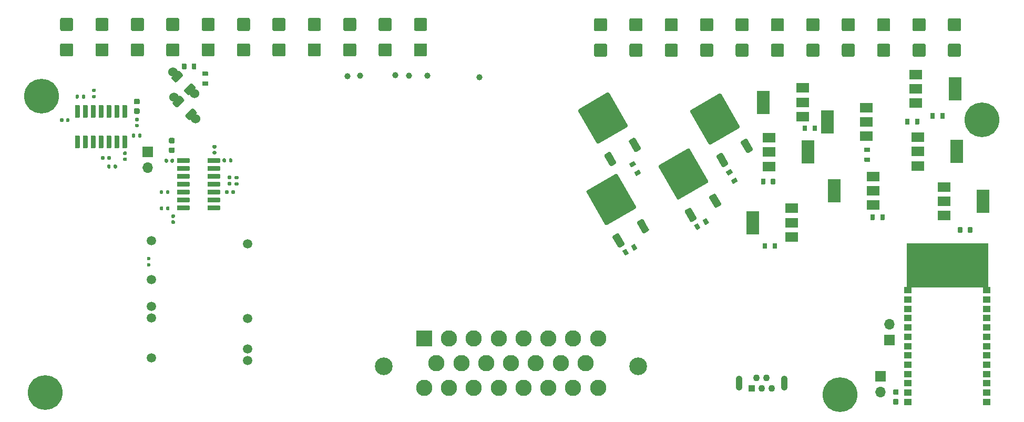
<source format=gts>
G04 #@! TF.GenerationSoftware,KiCad,Pcbnew,8.0.7-8.0.7-0~ubuntu24.04.1*
G04 #@! TF.CreationDate,2025-01-06T01:57:41+00:00*
G04 #@! TF.ProjectId,VFRECU-VR,56465245-4355-42d5-9652-2e6b69636164,rev?*
G04 #@! TF.SameCoordinates,Original*
G04 #@! TF.FileFunction,Soldermask,Top*
G04 #@! TF.FilePolarity,Negative*
%FSLAX46Y46*%
G04 Gerber Fmt 4.6, Leading zero omitted, Abs format (unit mm)*
G04 Created by KiCad (PCBNEW 8.0.7-8.0.7-0~ubuntu24.04.1) date 2025-01-06 01:57:41*
%MOMM*%
%LPD*%
G01*
G04 APERTURE LIST*
%ADD10C,0.120000*%
%ADD11R,2.000000X1.500000*%
%ADD12R,2.000000X3.800000*%
%ADD13C,1.000000*%
%ADD14C,5.600000*%
%ADD15R,1.700000X1.700000*%
%ADD16O,1.700000X1.700000*%
%ADD17C,1.500000*%
%ADD18C,0.600000*%
%ADD19C,2.850000*%
%ADD20R,2.625000X2.625000*%
%ADD21C,2.625000*%
%ADD22R,1.100000X1.100000*%
%ADD23C,1.100000*%
%ADD24O,1.100000X2.400000*%
%ADD25C,1.524000*%
%ADD26R,1.300000X1.000000*%
G04 APERTURE END LIST*
D10*
G04 #@! TO.C,U2*
X156759000Y22030000D02*
X143759000Y22030000D01*
X143759000Y29030000D01*
X156759000Y29030000D01*
X156759000Y22030000D01*
G36*
X156759000Y22030000D02*
G01*
X143759000Y22030000D01*
X143759000Y29030000D01*
X156759000Y29030000D01*
X156759000Y22030000D01*
G37*
G04 #@! TD*
D11*
G04 #@! TO.C,Q7*
X126954000Y49442000D03*
X126954000Y51742000D03*
X126954000Y54042000D03*
D12*
X120654000Y51742000D03*
G04 #@! TD*
G04 #@! TO.C,R32*
G36*
G01*
X149860000Y49943000D02*
X149860000Y49163000D01*
G75*
G02*
X149790000Y49093000I-70000J0D01*
G01*
X149230000Y49093000D01*
G75*
G02*
X149160000Y49163000I0J70000D01*
G01*
X149160000Y49943000D01*
G75*
G02*
X149230000Y50013000I70000J0D01*
G01*
X149790000Y50013000D01*
G75*
G02*
X149860000Y49943000I0J-70000D01*
G01*
G37*
G36*
G01*
X148260000Y49943000D02*
X148260000Y49163000D01*
G75*
G02*
X148190000Y49093000I-70000J0D01*
G01*
X147630000Y49093000D01*
G75*
G02*
X147560000Y49163000I0J70000D01*
G01*
X147560000Y49943000D01*
G75*
G02*
X147630000Y50013000I70000J0D01*
G01*
X148190000Y50013000D01*
G75*
G02*
X148260000Y49943000I0J-70000D01*
G01*
G37*
G04 #@! TD*
G04 #@! TO.C,R31*
G36*
G01*
X143477000Y48236928D02*
X143477000Y49016928D01*
G75*
G02*
X143547000Y49086928I70000J0D01*
G01*
X144107000Y49086928D01*
G75*
G02*
X144177000Y49016928I0J-70000D01*
G01*
X144177000Y48236928D01*
G75*
G02*
X144107000Y48166928I-70000J0D01*
G01*
X143547000Y48166928D01*
G75*
G02*
X143477000Y48236928I0J70000D01*
G01*
G37*
G36*
G01*
X145077000Y48236928D02*
X145077000Y49016928D01*
G75*
G02*
X145147000Y49086928I70000J0D01*
G01*
X145707000Y49086928D01*
G75*
G02*
X145777000Y49016928I0J-70000D01*
G01*
X145777000Y48236928D01*
G75*
G02*
X145707000Y48166928I-70000J0D01*
G01*
X145147000Y48166928D01*
G75*
G02*
X145077000Y48236928I0J70000D01*
G01*
G37*
G04 #@! TD*
G04 #@! TO.C,R29*
G36*
G01*
X137754928Y42142000D02*
X136974928Y42142000D01*
G75*
G02*
X136904928Y42212000I0J70000D01*
G01*
X136904928Y42772000D01*
G75*
G02*
X136974928Y42842000I70000J0D01*
G01*
X137754928Y42842000D01*
G75*
G02*
X137824928Y42772000I0J-70000D01*
G01*
X137824928Y42212000D01*
G75*
G02*
X137754928Y42142000I-70000J0D01*
G01*
G37*
G36*
G01*
X137754928Y43742000D02*
X136974928Y43742000D01*
G75*
G02*
X136904928Y43812000I0J70000D01*
G01*
X136904928Y44372000D01*
G75*
G02*
X136974928Y44442000I70000J0D01*
G01*
X137754928Y44442000D01*
G75*
G02*
X137824928Y44372000I0J-70000D01*
G01*
X137824928Y43812000D01*
G75*
G02*
X137754928Y43742000I-70000J0D01*
G01*
G37*
G04 #@! TD*
D11*
G04 #@! TO.C,Q9*
X125229000Y30059000D03*
X125229000Y32359000D03*
X125229000Y34659000D03*
D12*
X118929000Y32359000D03*
G04 #@! TD*
G04 #@! TO.C,R34*
G36*
G01*
X33551700Y42189500D02*
X33551700Y42559500D01*
G75*
G02*
X33686700Y42694500I135000J0D01*
G01*
X33956700Y42694500D01*
G75*
G02*
X34091700Y42559500I0J-135000D01*
G01*
X34091700Y42189500D01*
G75*
G02*
X33956700Y42054500I-135000J0D01*
G01*
X33686700Y42054500D01*
G75*
G02*
X33551700Y42189500I0J135000D01*
G01*
G37*
G36*
G01*
X34571700Y42189500D02*
X34571700Y42559500D01*
G75*
G02*
X34706700Y42694500I135000J0D01*
G01*
X34976700Y42694500D01*
G75*
G02*
X35111700Y42559500I0J-135000D01*
G01*
X35111700Y42189500D01*
G75*
G02*
X34976700Y42054500I-135000J0D01*
G01*
X34706700Y42054500D01*
G75*
G02*
X34571700Y42189500I0J135000D01*
G01*
G37*
G04 #@! TD*
G04 #@! TO.C,C4*
G36*
G01*
X25403780Y33675540D02*
X25743780Y33675540D01*
G75*
G02*
X25883780Y33535540I0J-140000D01*
G01*
X25883780Y33255540D01*
G75*
G02*
X25743780Y33115540I-140000J0D01*
G01*
X25403780Y33115540D01*
G75*
G02*
X25263780Y33255540I0J140000D01*
G01*
X25263780Y33535540D01*
G75*
G02*
X25403780Y33675540I140000J0D01*
G01*
G37*
G36*
G01*
X25403780Y32715540D02*
X25743780Y32715540D01*
G75*
G02*
X25883780Y32575540I0J-140000D01*
G01*
X25883780Y32295540D01*
G75*
G02*
X25743780Y32155540I-140000J0D01*
G01*
X25403780Y32155540D01*
G75*
G02*
X25263780Y32295540I0J140000D01*
G01*
X25263780Y32575540D01*
G75*
G02*
X25403780Y32715540I140000J0D01*
G01*
G37*
G04 #@! TD*
D13*
G04 #@! TO.C,HALL3*
X53678000Y55982000D03*
G04 #@! TD*
G04 #@! TO.C,Q1*
G36*
G01*
X114883109Y41670372D02*
X114276891Y41320372D01*
G75*
G02*
X113935385Y41411878I-125000J216506D01*
G01*
X113085385Y42884122D01*
G75*
G02*
X113176891Y43225628I216506J125000D01*
G01*
X113783109Y43575628D01*
G75*
G02*
X114124615Y43484122I125000J-216506D01*
G01*
X114974615Y42011878D01*
G75*
G02*
X114883109Y41670372I-216506J-125000D01*
G01*
G37*
G36*
G01*
X116749508Y47597680D02*
X112159569Y44947677D01*
G75*
G02*
X111818066Y45039182I-124999J216504D01*
G01*
X108868063Y50148737D01*
G75*
G02*
X108959569Y50490240I216504J124999D01*
G01*
X113549508Y53140243D01*
G75*
G02*
X113891010Y53048737I124998J-216504D01*
G01*
X116841013Y47939182D01*
G75*
G02*
X116749508Y47597680I-216504J-124998D01*
G01*
G37*
G36*
G01*
X118832185Y43950372D02*
X118225967Y43600372D01*
G75*
G02*
X117884461Y43691878I-125000J216506D01*
G01*
X117034461Y45164122D01*
G75*
G02*
X117125967Y45505628I216506J125000D01*
G01*
X117732185Y45855628D01*
G75*
G02*
X118073691Y45764122I125000J-216506D01*
G01*
X118923691Y44291878D01*
G75*
G02*
X118832185Y43950372I-216506J-125000D01*
G01*
G37*
G04 #@! TD*
G04 #@! TO.C,R39*
G36*
G01*
X11413500Y52836340D02*
X11413500Y52466340D01*
G75*
G02*
X11278500Y52331340I-135000J0D01*
G01*
X11008500Y52331340D01*
G75*
G02*
X10873500Y52466340I0J135000D01*
G01*
X10873500Y52836340D01*
G75*
G02*
X11008500Y52971340I135000J0D01*
G01*
X11278500Y52971340D01*
G75*
G02*
X11413500Y52836340I0J-135000D01*
G01*
G37*
G36*
G01*
X10393500Y52836340D02*
X10393500Y52466340D01*
G75*
G02*
X10258500Y52331340I-135000J0D01*
G01*
X9988500Y52331340D01*
G75*
G02*
X9853500Y52466340I0J135000D01*
G01*
X9853500Y52836340D01*
G75*
G02*
X9988500Y52971340I135000J0D01*
G01*
X10258500Y52971340D01*
G75*
G02*
X10393500Y52836340I0J-135000D01*
G01*
G37*
G04 #@! TD*
G04 #@! TO.C,R40*
G36*
G01*
X12637980Y53934260D02*
X13007980Y53934260D01*
G75*
G02*
X13142980Y53799260I0J-135000D01*
G01*
X13142980Y53529260D01*
G75*
G02*
X13007980Y53394260I-135000J0D01*
G01*
X12637980Y53394260D01*
G75*
G02*
X12502980Y53529260I0J135000D01*
G01*
X12502980Y53799260D01*
G75*
G02*
X12637980Y53934260I135000J0D01*
G01*
G37*
G36*
G01*
X12637980Y52914260D02*
X13007980Y52914260D01*
G75*
G02*
X13142980Y52779260I0J-135000D01*
G01*
X13142980Y52509260D01*
G75*
G02*
X13007980Y52374260I-135000J0D01*
G01*
X12637980Y52374260D01*
G75*
G02*
X12502980Y52509260I0J135000D01*
G01*
X12502980Y52779260D01*
G75*
G02*
X12637980Y52914260I135000J0D01*
G01*
G37*
G04 #@! TD*
G04 #@! TO.C,Q4*
G36*
G01*
X96852033Y41810372D02*
X96245815Y41460372D01*
G75*
G02*
X95904309Y41551878I-125000J216506D01*
G01*
X95054309Y43024122D01*
G75*
G02*
X95145815Y43365628I216506J125000D01*
G01*
X95752033Y43715628D01*
G75*
G02*
X96093539Y43624122I125000J-216506D01*
G01*
X96943539Y42151878D01*
G75*
G02*
X96852033Y41810372I-216506J-125000D01*
G01*
G37*
G36*
G01*
X98718432Y47737680D02*
X94128493Y45087677D01*
G75*
G02*
X93786990Y45179182I-124999J216504D01*
G01*
X90836987Y50288737D01*
G75*
G02*
X90928493Y50630240I216504J124999D01*
G01*
X95518432Y53280243D01*
G75*
G02*
X95859934Y53188737I124998J-216504D01*
G01*
X98809937Y48079182D01*
G75*
G02*
X98718432Y47737680I-216504J-124998D01*
G01*
G37*
G36*
G01*
X100801109Y44090372D02*
X100194891Y43740372D01*
G75*
G02*
X99853385Y43831878I-125000J216506D01*
G01*
X99003385Y45304122D01*
G75*
G02*
X99094891Y45645628I216506J125000D01*
G01*
X99701109Y45995628D01*
G75*
G02*
X100042615Y45904122I125000J-216506D01*
G01*
X100892615Y44431878D01*
G75*
G02*
X100801109Y44090372I-216506J-125000D01*
G01*
G37*
G04 #@! TD*
G04 #@! TO.C,HALL2*
X55695000Y56030000D03*
G04 #@! TD*
D14*
G04 #@! TO.C,H2*
X4425000Y52731000D03*
G04 #@! TD*
G04 #@! TO.C,H1*
X155885000Y48938000D03*
G04 #@! TD*
G04 #@! TO.C,R27*
G36*
G01*
X35997520Y38305200D02*
X35627520Y38305200D01*
G75*
G02*
X35492520Y38440200I0J135000D01*
G01*
X35492520Y38710200D01*
G75*
G02*
X35627520Y38845200I135000J0D01*
G01*
X35997520Y38845200D01*
G75*
G02*
X36132520Y38710200I0J-135000D01*
G01*
X36132520Y38440200D01*
G75*
G02*
X35997520Y38305200I-135000J0D01*
G01*
G37*
G36*
G01*
X35997520Y39325200D02*
X35627520Y39325200D01*
G75*
G02*
X35492520Y39460200I0J135000D01*
G01*
X35492520Y39730200D01*
G75*
G02*
X35627520Y39865200I135000J0D01*
G01*
X35997520Y39865200D01*
G75*
G02*
X36132520Y39730200I0J-135000D01*
G01*
X36132520Y39460200D01*
G75*
G02*
X35997520Y39325200I-135000J0D01*
G01*
G37*
G04 #@! TD*
G04 #@! TO.C,R28*
G36*
G01*
X23439960Y34462820D02*
X23439960Y34832820D01*
G75*
G02*
X23574960Y34967820I135000J0D01*
G01*
X23844960Y34967820D01*
G75*
G02*
X23979960Y34832820I0J-135000D01*
G01*
X23979960Y34462820D01*
G75*
G02*
X23844960Y34327820I-135000J0D01*
G01*
X23574960Y34327820D01*
G75*
G02*
X23439960Y34462820I0J135000D01*
G01*
G37*
G36*
G01*
X24459960Y34462820D02*
X24459960Y34832820D01*
G75*
G02*
X24594960Y34967820I135000J0D01*
G01*
X24864960Y34967820D01*
G75*
G02*
X24999960Y34832820I0J-135000D01*
G01*
X24999960Y34462820D01*
G75*
G02*
X24864960Y34327820I-135000J0D01*
G01*
X24594960Y34327820D01*
G75*
G02*
X24459960Y34462820I0J135000D01*
G01*
G37*
G04 #@! TD*
G04 #@! TO.C,C11*
G36*
G01*
X8896680Y49029120D02*
X8896680Y48689120D01*
G75*
G02*
X8756680Y48549120I-140000J0D01*
G01*
X8476680Y48549120D01*
G75*
G02*
X8336680Y48689120I0J140000D01*
G01*
X8336680Y49029120D01*
G75*
G02*
X8476680Y49169120I140000J0D01*
G01*
X8756680Y49169120D01*
G75*
G02*
X8896680Y49029120I0J-140000D01*
G01*
G37*
G36*
G01*
X7936680Y49029120D02*
X7936680Y48689120D01*
G75*
G02*
X7796680Y48549120I-140000J0D01*
G01*
X7516680Y48549120D01*
G75*
G02*
X7376680Y48689120I0J140000D01*
G01*
X7376680Y49029120D01*
G75*
G02*
X7516680Y49169120I140000J0D01*
G01*
X7796680Y49169120D01*
G75*
G02*
X7936680Y49029120I0J-140000D01*
G01*
G37*
G04 #@! TD*
G04 #@! TO.C,C10*
G36*
G01*
X18004400Y42292680D02*
X17664400Y42292680D01*
G75*
G02*
X17524400Y42432680I0J140000D01*
G01*
X17524400Y42712680D01*
G75*
G02*
X17664400Y42852680I140000J0D01*
G01*
X18004400Y42852680D01*
G75*
G02*
X18144400Y42712680I0J-140000D01*
G01*
X18144400Y42432680D01*
G75*
G02*
X18004400Y42292680I-140000J0D01*
G01*
G37*
G36*
G01*
X18004400Y43252680D02*
X17664400Y43252680D01*
G75*
G02*
X17524400Y43392680I0J140000D01*
G01*
X17524400Y43672680D01*
G75*
G02*
X17664400Y43812680I140000J0D01*
G01*
X18004400Y43812680D01*
G75*
G02*
X18144400Y43672680I0J-140000D01*
G01*
X18144400Y43392680D01*
G75*
G02*
X18004400Y43252680I-140000J0D01*
G01*
G37*
G04 #@! TD*
D15*
G04 #@! TO.C,JP3*
X139494000Y7635000D03*
D16*
X139494000Y5095000D03*
G04 #@! TD*
G04 #@! TO.C,C12A*
G36*
G01*
X19917020Y47715580D02*
X19577020Y47715580D01*
G75*
G02*
X19437020Y47855580I0J140000D01*
G01*
X19437020Y48135580D01*
G75*
G02*
X19577020Y48275580I140000J0D01*
G01*
X19917020Y48275580D01*
G75*
G02*
X20057020Y48135580I0J-140000D01*
G01*
X20057020Y47855580D01*
G75*
G02*
X19917020Y47715580I-140000J0D01*
G01*
G37*
G36*
G01*
X19917020Y48675580D02*
X19577020Y48675580D01*
G75*
G02*
X19437020Y48815580I0J140000D01*
G01*
X19437020Y49095580D01*
G75*
G02*
X19577020Y49235580I140000J0D01*
G01*
X19917020Y49235580D01*
G75*
G02*
X20057020Y49095580I0J-140000D01*
G01*
X20057020Y48815580D01*
G75*
G02*
X19917020Y48675580I-140000J0D01*
G01*
G37*
G04 #@! TD*
D14*
G04 #@! TO.C,H2*
X5000000Y5000000D03*
G04 #@! TD*
G04 #@! TO.C,R30*
G36*
G01*
X140178000Y33631072D02*
X140178000Y32851072D01*
G75*
G02*
X140108000Y32781072I-70000J0D01*
G01*
X139548000Y32781072D01*
G75*
G02*
X139478000Y32851072I0J70000D01*
G01*
X139478000Y33631072D01*
G75*
G02*
X139548000Y33701072I70000J0D01*
G01*
X140108000Y33701072D01*
G75*
G02*
X140178000Y33631072I0J-70000D01*
G01*
G37*
G36*
G01*
X138578000Y33631072D02*
X138578000Y32851072D01*
G75*
G02*
X138508000Y32781072I-70000J0D01*
G01*
X137948000Y32781072D01*
G75*
G02*
X137878000Y32851072I0J70000D01*
G01*
X137878000Y33631072D01*
G75*
G02*
X137948000Y33701072I70000J0D01*
G01*
X138508000Y33701072D01*
G75*
G02*
X138578000Y33631072I0J-70000D01*
G01*
G37*
G04 #@! TD*
G04 #@! TO.C,R2*
G36*
G01*
X29314000Y57922000D02*
X29314000Y57142000D01*
G75*
G02*
X29244000Y57072000I-70000J0D01*
G01*
X28684000Y57072000D01*
G75*
G02*
X28614000Y57142000I0J70000D01*
G01*
X28614000Y57922000D01*
G75*
G02*
X28684000Y57992000I70000J0D01*
G01*
X29244000Y57992000D01*
G75*
G02*
X29314000Y57922000I0J-70000D01*
G01*
G37*
G36*
G01*
X27714000Y57922000D02*
X27714000Y57142000D01*
G75*
G02*
X27644000Y57072000I-70000J0D01*
G01*
X27084000Y57072000D01*
G75*
G02*
X27014000Y57142000I0J70000D01*
G01*
X27014000Y57922000D01*
G75*
G02*
X27084000Y57992000I70000J0D01*
G01*
X27644000Y57992000D01*
G75*
G02*
X27714000Y57922000I0J-70000D01*
G01*
G37*
G04 #@! TD*
D11*
G04 #@! TO.C,Q14*
X138324000Y35162000D03*
X138324000Y37462000D03*
X138324000Y39762000D03*
D12*
X132024000Y37462000D03*
G04 #@! TD*
D15*
G04 #@! TO.C,JP2*
X21530100Y43771500D03*
D16*
X21530100Y41231500D03*
G04 #@! TD*
G04 #@! TO.C,IC2*
G36*
G01*
X33163740Y35003460D02*
X33163740Y34439160D01*
G75*
G02*
X33069690Y34345110I-94050J0D01*
G01*
X31205390Y34345110D01*
G75*
G02*
X31111340Y34439160I0J94050D01*
G01*
X31111340Y35003460D01*
G75*
G02*
X31205390Y35097510I94050J0D01*
G01*
X33069690Y35097510D01*
G75*
G02*
X33163740Y35003460I0J-94050D01*
G01*
G37*
G36*
G01*
X33163740Y36273460D02*
X33163740Y35709160D01*
G75*
G02*
X33069690Y35615110I-94050J0D01*
G01*
X31205390Y35615110D01*
G75*
G02*
X31111340Y35709160I0J94050D01*
G01*
X31111340Y36273460D01*
G75*
G02*
X31205390Y36367510I94050J0D01*
G01*
X33069690Y36367510D01*
G75*
G02*
X33163740Y36273460I0J-94050D01*
G01*
G37*
G36*
G01*
X33163740Y37543460D02*
X33163740Y36979160D01*
G75*
G02*
X33069690Y36885110I-94050J0D01*
G01*
X31205390Y36885110D01*
G75*
G02*
X31111340Y36979160I0J94050D01*
G01*
X31111340Y37543460D01*
G75*
G02*
X31205390Y37637510I94050J0D01*
G01*
X33069690Y37637510D01*
G75*
G02*
X33163740Y37543460I0J-94050D01*
G01*
G37*
G36*
G01*
X33163740Y38813460D02*
X33163740Y38249160D01*
G75*
G02*
X33069690Y38155110I-94050J0D01*
G01*
X31205390Y38155110D01*
G75*
G02*
X31111340Y38249160I0J94050D01*
G01*
X31111340Y38813460D01*
G75*
G02*
X31205390Y38907510I94050J0D01*
G01*
X33069690Y38907510D01*
G75*
G02*
X33163740Y38813460I0J-94050D01*
G01*
G37*
G36*
G01*
X33163740Y40083460D02*
X33163740Y39519160D01*
G75*
G02*
X33069690Y39425110I-94050J0D01*
G01*
X31205390Y39425110D01*
G75*
G02*
X31111340Y39519160I0J94050D01*
G01*
X31111340Y40083460D01*
G75*
G02*
X31205390Y40177510I94050J0D01*
G01*
X33069690Y40177510D01*
G75*
G02*
X33163740Y40083460I0J-94050D01*
G01*
G37*
G36*
G01*
X33163740Y41353460D02*
X33163740Y40789160D01*
G75*
G02*
X33069690Y40695110I-94050J0D01*
G01*
X31205390Y40695110D01*
G75*
G02*
X31111340Y40789160I0J94050D01*
G01*
X31111340Y41353460D01*
G75*
G02*
X31205390Y41447510I94050J0D01*
G01*
X33069690Y41447510D01*
G75*
G02*
X33163740Y41353460I0J-94050D01*
G01*
G37*
G36*
G01*
X33163740Y42623460D02*
X33163740Y42059160D01*
G75*
G02*
X33069690Y41965110I-94050J0D01*
G01*
X31205390Y41965110D01*
G75*
G02*
X31111340Y42059160I0J94050D01*
G01*
X31111340Y42623460D01*
G75*
G02*
X31205390Y42717510I94050J0D01*
G01*
X33069690Y42717510D01*
G75*
G02*
X33163740Y42623460I0J-94050D01*
G01*
G37*
G36*
G01*
X28253740Y42623460D02*
X28253740Y42059160D01*
G75*
G02*
X28159690Y41965110I-94050J0D01*
G01*
X26295390Y41965110D01*
G75*
G02*
X26201340Y42059160I0J94050D01*
G01*
X26201340Y42623460D01*
G75*
G02*
X26295390Y42717510I94050J0D01*
G01*
X28159690Y42717510D01*
G75*
G02*
X28253740Y42623460I0J-94050D01*
G01*
G37*
G36*
G01*
X28253740Y41353460D02*
X28253740Y40789160D01*
G75*
G02*
X28159690Y40695110I-94050J0D01*
G01*
X26295390Y40695110D01*
G75*
G02*
X26201340Y40789160I0J94050D01*
G01*
X26201340Y41353460D01*
G75*
G02*
X26295390Y41447510I94050J0D01*
G01*
X28159690Y41447510D01*
G75*
G02*
X28253740Y41353460I0J-94050D01*
G01*
G37*
G36*
G01*
X28253740Y40083460D02*
X28253740Y39519160D01*
G75*
G02*
X28159690Y39425110I-94050J0D01*
G01*
X26295390Y39425110D01*
G75*
G02*
X26201340Y39519160I0J94050D01*
G01*
X26201340Y40083460D01*
G75*
G02*
X26295390Y40177510I94050J0D01*
G01*
X28159690Y40177510D01*
G75*
G02*
X28253740Y40083460I0J-94050D01*
G01*
G37*
G36*
G01*
X28253740Y38813460D02*
X28253740Y38249160D01*
G75*
G02*
X28159690Y38155110I-94050J0D01*
G01*
X26295390Y38155110D01*
G75*
G02*
X26201340Y38249160I0J94050D01*
G01*
X26201340Y38813460D01*
G75*
G02*
X26295390Y38907510I94050J0D01*
G01*
X28159690Y38907510D01*
G75*
G02*
X28253740Y38813460I0J-94050D01*
G01*
G37*
G36*
G01*
X28253740Y37543460D02*
X28253740Y36979160D01*
G75*
G02*
X28159690Y36885110I-94050J0D01*
G01*
X26295390Y36885110D01*
G75*
G02*
X26201340Y36979160I0J94050D01*
G01*
X26201340Y37543460D01*
G75*
G02*
X26295390Y37637510I94050J0D01*
G01*
X28159690Y37637510D01*
G75*
G02*
X28253740Y37543460I0J-94050D01*
G01*
G37*
G36*
G01*
X28253740Y36273460D02*
X28253740Y35709160D01*
G75*
G02*
X28159690Y35615110I-94050J0D01*
G01*
X26295390Y35615110D01*
G75*
G02*
X26201340Y35709160I0J94050D01*
G01*
X26201340Y36273460D01*
G75*
G02*
X26295390Y36367510I94050J0D01*
G01*
X28159690Y36367510D01*
G75*
G02*
X28253740Y36273460I0J-94050D01*
G01*
G37*
G36*
G01*
X28253740Y35003460D02*
X28253740Y34439160D01*
G75*
G02*
X28159690Y34345110I-94050J0D01*
G01*
X26295390Y34345110D01*
G75*
G02*
X26201340Y34439160I0J94050D01*
G01*
X26201340Y35003460D01*
G75*
G02*
X26295390Y35097510I94050J0D01*
G01*
X28159690Y35097510D01*
G75*
G02*
X28253740Y35003460I0J-94050D01*
G01*
G37*
G04 #@! TD*
G04 #@! TO.C,Q3*
G36*
G01*
X109796109Y32814372D02*
X109189891Y32464372D01*
G75*
G02*
X108848385Y32555878I-125000J216506D01*
G01*
X107998385Y34028122D01*
G75*
G02*
X108089891Y34369628I216506J125000D01*
G01*
X108696109Y34719628D01*
G75*
G02*
X109037615Y34628122I125000J-216506D01*
G01*
X109887615Y33155878D01*
G75*
G02*
X109796109Y32814372I-216506J-125000D01*
G01*
G37*
G36*
G01*
X111662508Y38741680D02*
X107072569Y36091677D01*
G75*
G02*
X106731066Y36183182I-124999J216504D01*
G01*
X103781063Y41292737D01*
G75*
G02*
X103872569Y41634240I216504J124999D01*
G01*
X108462508Y44284243D01*
G75*
G02*
X108804010Y44192737I124998J-216504D01*
G01*
X111754013Y39083182D01*
G75*
G02*
X111662508Y38741680I-216504J-124998D01*
G01*
G37*
G36*
G01*
X113745185Y35094372D02*
X113138967Y34744372D01*
G75*
G02*
X112797461Y34835878I-125000J216506D01*
G01*
X111947461Y36308122D01*
G75*
G02*
X112038967Y36649628I216506J125000D01*
G01*
X112645185Y36999628D01*
G75*
G02*
X112986691Y36908122I125000J-216506D01*
G01*
X113836691Y35435878D01*
G75*
G02*
X113745185Y35094372I-216506J-125000D01*
G01*
G37*
G04 #@! TD*
D17*
G04 #@! TO.C,M1*
X22089005Y10557001D03*
X22089005Y16956998D03*
X22089005Y18857001D03*
X22089005Y23157001D03*
D18*
X21639006Y25556998D03*
X21639006Y26556999D03*
D17*
X22089005Y29407001D03*
X37589002Y10106999D03*
X37589002Y11956998D03*
X37589002Y16907001D03*
X37589002Y28956999D03*
G04 #@! TD*
D11*
G04 #@! TO.C,Q13*
X137258000Y46252000D03*
X137258000Y48552000D03*
X137258000Y50852000D03*
D12*
X130958000Y48552000D03*
G04 #@! TD*
D11*
G04 #@! TO.C,Q8*
X121556000Y46011000D03*
X121556000Y43711000D03*
X121556000Y41411000D03*
D12*
X127856000Y43711000D03*
G04 #@! TD*
D13*
G04 #@! TO.C,INT_MAP*
X66513000Y55994000D03*
G04 #@! TD*
G04 #@! TO.C,C1*
G36*
G01*
X142344994Y3064999D02*
X141664994Y3064999D01*
G75*
G02*
X141579994Y3149999I0J85000D01*
G01*
X141579994Y3829999D01*
G75*
G02*
X141664994Y3914999I85000J0D01*
G01*
X142344994Y3914999D01*
G75*
G02*
X142429994Y3829999I0J-85000D01*
G01*
X142429994Y3149999D01*
G75*
G02*
X142344994Y3064999I-85000J0D01*
G01*
G37*
G36*
G01*
X142344994Y4645001D02*
X141664994Y4645001D01*
G75*
G02*
X141579994Y4730001I0J85000D01*
G01*
X141579994Y5410001D01*
G75*
G02*
X141664994Y5495001I85000J0D01*
G01*
X142344994Y5495001D01*
G75*
G02*
X142429994Y5410001I0J-85000D01*
G01*
X142429994Y4730001D01*
G75*
G02*
X142344994Y4645001I-85000J0D01*
G01*
G37*
G04 #@! TD*
G04 #@! TO.C,R10*
G36*
G01*
X98353071Y27066250D02*
X97963071Y27741750D01*
G75*
G02*
X97988693Y27837372I60622J35000D01*
G01*
X98473667Y28117372D01*
G75*
G02*
X98569289Y28091750I35000J-60622D01*
G01*
X98959289Y27416250D01*
G75*
G02*
X98933667Y27320628I-60622J-35000D01*
G01*
X98448693Y27040628D01*
G75*
G02*
X98353071Y27066250I-35000J60622D01*
G01*
G37*
G36*
G01*
X99738711Y27866250D02*
X99348711Y28541750D01*
G75*
G02*
X99374333Y28637372I60622J35000D01*
G01*
X99859307Y28917372D01*
G75*
G02*
X99954929Y28891750I35000J-60622D01*
G01*
X100344929Y28216250D01*
G75*
G02*
X100319307Y28120628I-60622J-35000D01*
G01*
X99834333Y27840628D01*
G75*
G02*
X99738711Y27866250I-35000J60622D01*
G01*
G37*
G04 #@! TD*
G04 #@! TO.C,C3*
G36*
G01*
X24201640Y42151160D02*
X24201640Y42491160D01*
G75*
G02*
X24341640Y42631160I140000J0D01*
G01*
X24621640Y42631160D01*
G75*
G02*
X24761640Y42491160I0J-140000D01*
G01*
X24761640Y42151160D01*
G75*
G02*
X24621640Y42011160I-140000J0D01*
G01*
X24341640Y42011160D01*
G75*
G02*
X24201640Y42151160I0J140000D01*
G01*
G37*
G36*
G01*
X25161640Y42151160D02*
X25161640Y42491160D01*
G75*
G02*
X25301640Y42631160I140000J0D01*
G01*
X25581640Y42631160D01*
G75*
G02*
X25721640Y42491160I0J-140000D01*
G01*
X25721640Y42151160D01*
G75*
G02*
X25581640Y42011160I-140000J0D01*
G01*
X25301640Y42011160D01*
G75*
G02*
X25161640Y42151160I0J140000D01*
G01*
G37*
G04 #@! TD*
G04 #@! TO.C,R22*
G36*
G01*
X120254000Y38585928D02*
X120254000Y39365928D01*
G75*
G02*
X120324000Y39435928I70000J0D01*
G01*
X120884000Y39435928D01*
G75*
G02*
X120954000Y39365928I0J-70000D01*
G01*
X120954000Y38585928D01*
G75*
G02*
X120884000Y38515928I-70000J0D01*
G01*
X120324000Y38515928D01*
G75*
G02*
X120254000Y38585928I0J70000D01*
G01*
G37*
G36*
G01*
X121854000Y38585928D02*
X121854000Y39365928D01*
G75*
G02*
X121924000Y39435928I70000J0D01*
G01*
X122484000Y39435928D01*
G75*
G02*
X122554000Y39365928I0J-70000D01*
G01*
X122554000Y38585928D01*
G75*
G02*
X122484000Y38515928I-70000J0D01*
G01*
X121924000Y38515928D01*
G75*
G02*
X121854000Y38585928I0J70000D01*
G01*
G37*
G04 #@! TD*
G04 #@! TO.C,C5*
G36*
G01*
X32081440Y44859160D02*
X32421440Y44859160D01*
G75*
G02*
X32561440Y44719160I0J-140000D01*
G01*
X32561440Y44439160D01*
G75*
G02*
X32421440Y44299160I-140000J0D01*
G01*
X32081440Y44299160D01*
G75*
G02*
X31941440Y44439160I0J140000D01*
G01*
X31941440Y44719160D01*
G75*
G02*
X32081440Y44859160I140000J0D01*
G01*
G37*
G36*
G01*
X32081440Y43899160D02*
X32421440Y43899160D01*
G75*
G02*
X32561440Y43759160I0J-140000D01*
G01*
X32561440Y43479160D01*
G75*
G02*
X32421440Y43339160I-140000J0D01*
G01*
X32081440Y43339160D01*
G75*
G02*
X31941440Y43479160I0J140000D01*
G01*
X31941440Y43759160D01*
G75*
G02*
X32081440Y43899160I140000J0D01*
G01*
G37*
G04 #@! TD*
G04 #@! TO.C,R37*
G36*
G01*
X16536680Y41576520D02*
X16536680Y41206520D01*
G75*
G02*
X16401680Y41071520I-135000J0D01*
G01*
X16131680Y41071520D01*
G75*
G02*
X15996680Y41206520I0J135000D01*
G01*
X15996680Y41576520D01*
G75*
G02*
X16131680Y41711520I135000J0D01*
G01*
X16401680Y41711520D01*
G75*
G02*
X16536680Y41576520I0J-135000D01*
G01*
G37*
G36*
G01*
X15516680Y41576520D02*
X15516680Y41206520D01*
G75*
G02*
X15381680Y41071520I-135000J0D01*
G01*
X15111680Y41071520D01*
G75*
G02*
X14976680Y41206520I0J135000D01*
G01*
X14976680Y41576520D01*
G75*
G02*
X15111680Y41711520I135000J0D01*
G01*
X15381680Y41711520D01*
G75*
G02*
X15516680Y41576520I0J-135000D01*
G01*
G37*
G04 #@! TD*
G04 #@! TO.C,IC2A*
G36*
G01*
X10437170Y44356670D02*
X9872870Y44356670D01*
G75*
G02*
X9778820Y44450720I0J94050D01*
G01*
X9778820Y46315020D01*
G75*
G02*
X9872870Y46409070I94050J0D01*
G01*
X10437170Y46409070D01*
G75*
G02*
X10531220Y46315020I0J-94050D01*
G01*
X10531220Y44450720D01*
G75*
G02*
X10437170Y44356670I-94050J0D01*
G01*
G37*
G36*
G01*
X11707170Y44356670D02*
X11142870Y44356670D01*
G75*
G02*
X11048820Y44450720I0J94050D01*
G01*
X11048820Y46315020D01*
G75*
G02*
X11142870Y46409070I94050J0D01*
G01*
X11707170Y46409070D01*
G75*
G02*
X11801220Y46315020I0J-94050D01*
G01*
X11801220Y44450720D01*
G75*
G02*
X11707170Y44356670I-94050J0D01*
G01*
G37*
G36*
G01*
X12977170Y44356670D02*
X12412870Y44356670D01*
G75*
G02*
X12318820Y44450720I0J94050D01*
G01*
X12318820Y46315020D01*
G75*
G02*
X12412870Y46409070I94050J0D01*
G01*
X12977170Y46409070D01*
G75*
G02*
X13071220Y46315020I0J-94050D01*
G01*
X13071220Y44450720D01*
G75*
G02*
X12977170Y44356670I-94050J0D01*
G01*
G37*
G36*
G01*
X14247170Y44356670D02*
X13682870Y44356670D01*
G75*
G02*
X13588820Y44450720I0J94050D01*
G01*
X13588820Y46315020D01*
G75*
G02*
X13682870Y46409070I94050J0D01*
G01*
X14247170Y46409070D01*
G75*
G02*
X14341220Y46315020I0J-94050D01*
G01*
X14341220Y44450720D01*
G75*
G02*
X14247170Y44356670I-94050J0D01*
G01*
G37*
G36*
G01*
X15517170Y44356670D02*
X14952870Y44356670D01*
G75*
G02*
X14858820Y44450720I0J94050D01*
G01*
X14858820Y46315020D01*
G75*
G02*
X14952870Y46409070I94050J0D01*
G01*
X15517170Y46409070D01*
G75*
G02*
X15611220Y46315020I0J-94050D01*
G01*
X15611220Y44450720D01*
G75*
G02*
X15517170Y44356670I-94050J0D01*
G01*
G37*
G36*
G01*
X16787170Y44356670D02*
X16222870Y44356670D01*
G75*
G02*
X16128820Y44450720I0J94050D01*
G01*
X16128820Y46315020D01*
G75*
G02*
X16222870Y46409070I94050J0D01*
G01*
X16787170Y46409070D01*
G75*
G02*
X16881220Y46315020I0J-94050D01*
G01*
X16881220Y44450720D01*
G75*
G02*
X16787170Y44356670I-94050J0D01*
G01*
G37*
G36*
G01*
X18057170Y44356670D02*
X17492870Y44356670D01*
G75*
G02*
X17398820Y44450720I0J94050D01*
G01*
X17398820Y46315020D01*
G75*
G02*
X17492870Y46409070I94050J0D01*
G01*
X18057170Y46409070D01*
G75*
G02*
X18151220Y46315020I0J-94050D01*
G01*
X18151220Y44450720D01*
G75*
G02*
X18057170Y44356670I-94050J0D01*
G01*
G37*
G36*
G01*
X18057170Y49266670D02*
X17492870Y49266670D01*
G75*
G02*
X17398820Y49360720I0J94050D01*
G01*
X17398820Y51225020D01*
G75*
G02*
X17492870Y51319070I94050J0D01*
G01*
X18057170Y51319070D01*
G75*
G02*
X18151220Y51225020I0J-94050D01*
G01*
X18151220Y49360720D01*
G75*
G02*
X18057170Y49266670I-94050J0D01*
G01*
G37*
G36*
G01*
X16787170Y49266670D02*
X16222870Y49266670D01*
G75*
G02*
X16128820Y49360720I0J94050D01*
G01*
X16128820Y51225020D01*
G75*
G02*
X16222870Y51319070I94050J0D01*
G01*
X16787170Y51319070D01*
G75*
G02*
X16881220Y51225020I0J-94050D01*
G01*
X16881220Y49360720D01*
G75*
G02*
X16787170Y49266670I-94050J0D01*
G01*
G37*
G36*
G01*
X15517170Y49266670D02*
X14952870Y49266670D01*
G75*
G02*
X14858820Y49360720I0J94050D01*
G01*
X14858820Y51225020D01*
G75*
G02*
X14952870Y51319070I94050J0D01*
G01*
X15517170Y51319070D01*
G75*
G02*
X15611220Y51225020I0J-94050D01*
G01*
X15611220Y49360720D01*
G75*
G02*
X15517170Y49266670I-94050J0D01*
G01*
G37*
G36*
G01*
X14247170Y49266670D02*
X13682870Y49266670D01*
G75*
G02*
X13588820Y49360720I0J94050D01*
G01*
X13588820Y51225020D01*
G75*
G02*
X13682870Y51319070I94050J0D01*
G01*
X14247170Y51319070D01*
G75*
G02*
X14341220Y51225020I0J-94050D01*
G01*
X14341220Y49360720D01*
G75*
G02*
X14247170Y49266670I-94050J0D01*
G01*
G37*
G36*
G01*
X12977170Y49266670D02*
X12412870Y49266670D01*
G75*
G02*
X12318820Y49360720I0J94050D01*
G01*
X12318820Y51225020D01*
G75*
G02*
X12412870Y51319070I94050J0D01*
G01*
X12977170Y51319070D01*
G75*
G02*
X13071220Y51225020I0J-94050D01*
G01*
X13071220Y49360720D01*
G75*
G02*
X12977170Y49266670I-94050J0D01*
G01*
G37*
G36*
G01*
X11707170Y49266670D02*
X11142870Y49266670D01*
G75*
G02*
X11048820Y49360720I0J94050D01*
G01*
X11048820Y51225020D01*
G75*
G02*
X11142870Y51319070I94050J0D01*
G01*
X11707170Y51319070D01*
G75*
G02*
X11801220Y51225020I0J-94050D01*
G01*
X11801220Y49360720D01*
G75*
G02*
X11707170Y49266670I-94050J0D01*
G01*
G37*
G36*
G01*
X10437170Y49266670D02*
X9872870Y49266670D01*
G75*
G02*
X9778820Y49360720I0J94050D01*
G01*
X9778820Y51225020D01*
G75*
G02*
X9872870Y51319070I94050J0D01*
G01*
X10437170Y51319070D01*
G75*
G02*
X10531220Y51225020I0J-94050D01*
G01*
X10531220Y49360720D01*
G75*
G02*
X10437170Y49266670I-94050J0D01*
G01*
G37*
G04 #@! TD*
G04 #@! TO.C,R11*
G36*
G01*
X109890071Y31201250D02*
X109500071Y31876750D01*
G75*
G02*
X109525693Y31972372I60622J35000D01*
G01*
X110010667Y32252372D01*
G75*
G02*
X110106289Y32226750I35000J-60622D01*
G01*
X110496289Y31551250D01*
G75*
G02*
X110470667Y31455628I-60622J-35000D01*
G01*
X109985693Y31175628D01*
G75*
G02*
X109890071Y31201250I-35000J60622D01*
G01*
G37*
G36*
G01*
X111275711Y32001250D02*
X110885711Y32676750D01*
G75*
G02*
X110911333Y32772372I60622J35000D01*
G01*
X111396307Y33052372D01*
G75*
G02*
X111491929Y33026750I35000J-60622D01*
G01*
X111881929Y32351250D01*
G75*
G02*
X111856307Y32255628I-60622J-35000D01*
G01*
X111371333Y31975628D01*
G75*
G02*
X111275711Y32001250I-35000J60622D01*
G01*
G37*
G04 #@! TD*
D19*
G04 #@! TO.C,J4*
X59507000Y9220000D03*
X100507000Y9220000D03*
D20*
X66007000Y13720000D03*
D21*
X70007000Y13720000D03*
X74007000Y13720000D03*
X78007000Y13720000D03*
X82007000Y13720000D03*
X86007000Y13720000D03*
X90007000Y13720000D03*
X94007000Y13720000D03*
X68007000Y9720000D03*
X72007000Y9720000D03*
X76007000Y9720000D03*
X80007000Y9720000D03*
X84007000Y9720000D03*
X88007000Y9720000D03*
X92007000Y9720000D03*
X66007000Y5720000D03*
X70007000Y5720000D03*
X74007000Y5720000D03*
X78007000Y5720000D03*
X82007000Y5720000D03*
X86007000Y5720000D03*
X90007000Y5720000D03*
X94007000Y5720000D03*
G04 #@! TD*
G04 #@! TO.C,Q2*
G36*
G01*
X98171571Y28713065D02*
X97565353Y28363065D01*
G75*
G02*
X97223847Y28454571I-125000J216506D01*
G01*
X96373847Y29926815D01*
G75*
G02*
X96465353Y30268321I216506J125000D01*
G01*
X97071571Y30618321D01*
G75*
G02*
X97413077Y30526815I125000J-216506D01*
G01*
X98263077Y29054571D01*
G75*
G02*
X98171571Y28713065I-216506J-125000D01*
G01*
G37*
G36*
G01*
X100037970Y34640373D02*
X95448031Y31990370D01*
G75*
G02*
X95106528Y32081875I-124999J216504D01*
G01*
X92156525Y37191430D01*
G75*
G02*
X92248031Y37532933I216504J124999D01*
G01*
X96837970Y40182936D01*
G75*
G02*
X97179472Y40091430I124998J-216504D01*
G01*
X100129475Y34981875D01*
G75*
G02*
X100037970Y34640373I-216504J-124998D01*
G01*
G37*
G36*
G01*
X102120647Y30993065D02*
X101514429Y30643065D01*
G75*
G02*
X101172923Y30734571I-125000J216506D01*
G01*
X100322923Y32206815D01*
G75*
G02*
X100414429Y32548321I216506J125000D01*
G01*
X101020647Y32898321D01*
G75*
G02*
X101362153Y32806815I125000J-216506D01*
G01*
X102212153Y31334571D01*
G75*
G02*
X102120647Y30993065I-216506J-125000D01*
G01*
G37*
G04 #@! TD*
G04 #@! TO.C,U1*
G36*
G01*
X150375000Y59331001D02*
X150375000Y60930999D01*
G75*
G02*
X150625001Y61181000I250001J0D01*
G01*
X152224999Y61181000D01*
G75*
G02*
X152475000Y60930999I0J-250001D01*
G01*
X152475000Y59331001D01*
G75*
G02*
X152224999Y59081000I-250001J0D01*
G01*
X150625001Y59081000D01*
G75*
G02*
X150375000Y59331001I0J250001D01*
G01*
G37*
G36*
G01*
X144675000Y59331001D02*
X144675000Y60930999D01*
G75*
G02*
X144925001Y61181000I250001J0D01*
G01*
X146524999Y61181000D01*
G75*
G02*
X146775000Y60930999I0J-250001D01*
G01*
X146775000Y59331001D01*
G75*
G02*
X146524999Y59081000I-250001J0D01*
G01*
X144925001Y59081000D01*
G75*
G02*
X144675000Y59331001I0J250001D01*
G01*
G37*
G36*
G01*
X138975000Y59331001D02*
X138975000Y60930999D01*
G75*
G02*
X139225001Y61181000I250001J0D01*
G01*
X140824999Y61181000D01*
G75*
G02*
X141075000Y60930999I0J-250001D01*
G01*
X141075000Y59331001D01*
G75*
G02*
X140824999Y59081000I-250001J0D01*
G01*
X139225001Y59081000D01*
G75*
G02*
X138975000Y59331001I0J250001D01*
G01*
G37*
G36*
G01*
X133275000Y59331001D02*
X133275000Y60930999D01*
G75*
G02*
X133525001Y61181000I250001J0D01*
G01*
X135124999Y61181000D01*
G75*
G02*
X135375000Y60930999I0J-250001D01*
G01*
X135375000Y59331001D01*
G75*
G02*
X135124999Y59081000I-250001J0D01*
G01*
X133525001Y59081000D01*
G75*
G02*
X133275000Y59331001I0J250001D01*
G01*
G37*
G36*
G01*
X127575000Y59331001D02*
X127575000Y60930999D01*
G75*
G02*
X127825001Y61181000I250001J0D01*
G01*
X129424999Y61181000D01*
G75*
G02*
X129675000Y60930999I0J-250001D01*
G01*
X129675000Y59331001D01*
G75*
G02*
X129424999Y59081000I-250001J0D01*
G01*
X127825001Y59081000D01*
G75*
G02*
X127575000Y59331001I0J250001D01*
G01*
G37*
G36*
G01*
X121875000Y59331001D02*
X121875000Y60930999D01*
G75*
G02*
X122125001Y61181000I250001J0D01*
G01*
X123724999Y61181000D01*
G75*
G02*
X123975000Y60930999I0J-250001D01*
G01*
X123975000Y59331001D01*
G75*
G02*
X123724999Y59081000I-250001J0D01*
G01*
X122125001Y59081000D01*
G75*
G02*
X121875000Y59331001I0J250001D01*
G01*
G37*
G36*
G01*
X116175000Y59331001D02*
X116175000Y60930999D01*
G75*
G02*
X116425001Y61181000I250001J0D01*
G01*
X118024999Y61181000D01*
G75*
G02*
X118275000Y60930999I0J-250001D01*
G01*
X118275000Y59331001D01*
G75*
G02*
X118024999Y59081000I-250001J0D01*
G01*
X116425001Y59081000D01*
G75*
G02*
X116175000Y59331001I0J250001D01*
G01*
G37*
G36*
G01*
X110475000Y59331001D02*
X110475000Y60930999D01*
G75*
G02*
X110725001Y61181000I250001J0D01*
G01*
X112324999Y61181000D01*
G75*
G02*
X112575000Y60930999I0J-250001D01*
G01*
X112575000Y59331001D01*
G75*
G02*
X112324999Y59081000I-250001J0D01*
G01*
X110725001Y59081000D01*
G75*
G02*
X110475000Y59331001I0J250001D01*
G01*
G37*
G36*
G01*
X104775000Y59331001D02*
X104775000Y60930999D01*
G75*
G02*
X105025001Y61181000I250001J0D01*
G01*
X106624999Y61181000D01*
G75*
G02*
X106875000Y60930999I0J-250001D01*
G01*
X106875000Y59331001D01*
G75*
G02*
X106624999Y59081000I-250001J0D01*
G01*
X105025001Y59081000D01*
G75*
G02*
X104775000Y59331001I0J250001D01*
G01*
G37*
G36*
G01*
X99075000Y59331001D02*
X99075000Y60930999D01*
G75*
G02*
X99325001Y61181000I250001J0D01*
G01*
X100924999Y61181000D01*
G75*
G02*
X101175000Y60930999I0J-250001D01*
G01*
X101175000Y59331001D01*
G75*
G02*
X100924999Y59081000I-250001J0D01*
G01*
X99325001Y59081000D01*
G75*
G02*
X99075000Y59331001I0J250001D01*
G01*
G37*
G36*
G01*
X93375000Y59331001D02*
X93375000Y60930999D01*
G75*
G02*
X93625001Y61181000I250001J0D01*
G01*
X95224999Y61181000D01*
G75*
G02*
X95475000Y60930999I0J-250001D01*
G01*
X95475000Y59331001D01*
G75*
G02*
X95224999Y59081000I-250001J0D01*
G01*
X93625001Y59081000D01*
G75*
G02*
X93375000Y59331001I0J250001D01*
G01*
G37*
G36*
G01*
X150375000Y63431001D02*
X150375000Y65030999D01*
G75*
G02*
X150625001Y65281000I250001J0D01*
G01*
X152224999Y65281000D01*
G75*
G02*
X152475000Y65030999I0J-250001D01*
G01*
X152475000Y63431001D01*
G75*
G02*
X152224999Y63181000I-250001J0D01*
G01*
X150625001Y63181000D01*
G75*
G02*
X150375000Y63431001I0J250001D01*
G01*
G37*
G36*
G01*
X144675000Y63431001D02*
X144675000Y65030999D01*
G75*
G02*
X144925001Y65281000I250001J0D01*
G01*
X146524999Y65281000D01*
G75*
G02*
X146775000Y65030999I0J-250001D01*
G01*
X146775000Y63431001D01*
G75*
G02*
X146524999Y63181000I-250001J0D01*
G01*
X144925001Y63181000D01*
G75*
G02*
X144675000Y63431001I0J250001D01*
G01*
G37*
G36*
G01*
X138975000Y63431001D02*
X138975000Y65030999D01*
G75*
G02*
X139225001Y65281000I250001J0D01*
G01*
X140824999Y65281000D01*
G75*
G02*
X141075000Y65030999I0J-250001D01*
G01*
X141075000Y63431001D01*
G75*
G02*
X140824999Y63181000I-250001J0D01*
G01*
X139225001Y63181000D01*
G75*
G02*
X138975000Y63431001I0J250001D01*
G01*
G37*
G36*
G01*
X133275000Y63431001D02*
X133275000Y65030999D01*
G75*
G02*
X133525001Y65281000I250001J0D01*
G01*
X135124999Y65281000D01*
G75*
G02*
X135375000Y65030999I0J-250001D01*
G01*
X135375000Y63431001D01*
G75*
G02*
X135124999Y63181000I-250001J0D01*
G01*
X133525001Y63181000D01*
G75*
G02*
X133275000Y63431001I0J250001D01*
G01*
G37*
G36*
G01*
X127575000Y63431001D02*
X127575000Y65030999D01*
G75*
G02*
X127825001Y65281000I250001J0D01*
G01*
X129424999Y65281000D01*
G75*
G02*
X129675000Y65030999I0J-250001D01*
G01*
X129675000Y63431001D01*
G75*
G02*
X129424999Y63181000I-250001J0D01*
G01*
X127825001Y63181000D01*
G75*
G02*
X127575000Y63431001I0J250001D01*
G01*
G37*
G36*
G01*
X121875000Y63431001D02*
X121875000Y65030999D01*
G75*
G02*
X122125001Y65281000I250001J0D01*
G01*
X123724999Y65281000D01*
G75*
G02*
X123975000Y65030999I0J-250001D01*
G01*
X123975000Y63431001D01*
G75*
G02*
X123724999Y63181000I-250001J0D01*
G01*
X122125001Y63181000D01*
G75*
G02*
X121875000Y63431001I0J250001D01*
G01*
G37*
G36*
G01*
X116175000Y63431001D02*
X116175000Y65030999D01*
G75*
G02*
X116425001Y65281000I250001J0D01*
G01*
X118024999Y65281000D01*
G75*
G02*
X118275000Y65030999I0J-250001D01*
G01*
X118275000Y63431001D01*
G75*
G02*
X118024999Y63181000I-250001J0D01*
G01*
X116425001Y63181000D01*
G75*
G02*
X116175000Y63431001I0J250001D01*
G01*
G37*
G36*
G01*
X110475000Y63431001D02*
X110475000Y65030999D01*
G75*
G02*
X110725001Y65281000I250001J0D01*
G01*
X112324999Y65281000D01*
G75*
G02*
X112575000Y65030999I0J-250001D01*
G01*
X112575000Y63431001D01*
G75*
G02*
X112324999Y63181000I-250001J0D01*
G01*
X110725001Y63181000D01*
G75*
G02*
X110475000Y63431001I0J250001D01*
G01*
G37*
G36*
G01*
X104775000Y63431001D02*
X104775000Y65030999D01*
G75*
G02*
X105025001Y65281000I250001J0D01*
G01*
X106624999Y65281000D01*
G75*
G02*
X106875000Y65030999I0J-250001D01*
G01*
X106875000Y63431001D01*
G75*
G02*
X106624999Y63181000I-250001J0D01*
G01*
X105025001Y63181000D01*
G75*
G02*
X104775000Y63431001I0J250001D01*
G01*
G37*
G36*
G01*
X99075000Y63431001D02*
X99075000Y65030999D01*
G75*
G02*
X99325001Y65281000I250001J0D01*
G01*
X100924999Y65281000D01*
G75*
G02*
X101175000Y65030999I0J-250001D01*
G01*
X101175000Y63431001D01*
G75*
G02*
X100924999Y63181000I-250001J0D01*
G01*
X99325001Y63181000D01*
G75*
G02*
X99075000Y63431001I0J250001D01*
G01*
G37*
G36*
G01*
X93375000Y63431001D02*
X93375000Y65030999D01*
G75*
G02*
X93625001Y65281000I250001J0D01*
G01*
X95224999Y65281000D01*
G75*
G02*
X95475000Y65030999I0J-250001D01*
G01*
X95475000Y63431001D01*
G75*
G02*
X95224999Y63181000I-250001J0D01*
G01*
X93625001Y63181000D01*
G75*
G02*
X93375000Y63431001I0J250001D01*
G01*
G37*
G36*
G01*
X64375000Y59381001D02*
X64375000Y60980999D01*
G75*
G02*
X64625001Y61231000I250001J0D01*
G01*
X66224999Y61231000D01*
G75*
G02*
X66475000Y60980999I0J-250001D01*
G01*
X66475000Y59381001D01*
G75*
G02*
X66224999Y59131000I-250001J0D01*
G01*
X64625001Y59131000D01*
G75*
G02*
X64375000Y59381001I0J250001D01*
G01*
G37*
G36*
G01*
X58675000Y59381001D02*
X58675000Y60980999D01*
G75*
G02*
X58925001Y61231000I250001J0D01*
G01*
X60524999Y61231000D01*
G75*
G02*
X60775000Y60980999I0J-250001D01*
G01*
X60775000Y59381001D01*
G75*
G02*
X60524999Y59131000I-250001J0D01*
G01*
X58925001Y59131000D01*
G75*
G02*
X58675000Y59381001I0J250001D01*
G01*
G37*
G36*
G01*
X52975000Y59381001D02*
X52975000Y60980999D01*
G75*
G02*
X53225001Y61231000I250001J0D01*
G01*
X54824999Y61231000D01*
G75*
G02*
X55075000Y60980999I0J-250001D01*
G01*
X55075000Y59381001D01*
G75*
G02*
X54824999Y59131000I-250001J0D01*
G01*
X53225001Y59131000D01*
G75*
G02*
X52975000Y59381001I0J250001D01*
G01*
G37*
G36*
G01*
X47275000Y59381001D02*
X47275000Y60980999D01*
G75*
G02*
X47525001Y61231000I250001J0D01*
G01*
X49124999Y61231000D01*
G75*
G02*
X49375000Y60980999I0J-250001D01*
G01*
X49375000Y59381001D01*
G75*
G02*
X49124999Y59131000I-250001J0D01*
G01*
X47525001Y59131000D01*
G75*
G02*
X47275000Y59381001I0J250001D01*
G01*
G37*
G36*
G01*
X41575000Y59381001D02*
X41575000Y60980999D01*
G75*
G02*
X41825001Y61231000I250001J0D01*
G01*
X43424999Y61231000D01*
G75*
G02*
X43675000Y60980999I0J-250001D01*
G01*
X43675000Y59381001D01*
G75*
G02*
X43424999Y59131000I-250001J0D01*
G01*
X41825001Y59131000D01*
G75*
G02*
X41575000Y59381001I0J250001D01*
G01*
G37*
G36*
G01*
X35875000Y59381001D02*
X35875000Y60980999D01*
G75*
G02*
X36125001Y61231000I250001J0D01*
G01*
X37724999Y61231000D01*
G75*
G02*
X37975000Y60980999I0J-250001D01*
G01*
X37975000Y59381001D01*
G75*
G02*
X37724999Y59131000I-250001J0D01*
G01*
X36125001Y59131000D01*
G75*
G02*
X35875000Y59381001I0J250001D01*
G01*
G37*
G36*
G01*
X30175000Y59381001D02*
X30175000Y60980999D01*
G75*
G02*
X30425001Y61231000I250001J0D01*
G01*
X32024999Y61231000D01*
G75*
G02*
X32275000Y60980999I0J-250001D01*
G01*
X32275000Y59381001D01*
G75*
G02*
X32024999Y59131000I-250001J0D01*
G01*
X30425001Y59131000D01*
G75*
G02*
X30175000Y59381001I0J250001D01*
G01*
G37*
G36*
G01*
X24475000Y59381001D02*
X24475000Y60980999D01*
G75*
G02*
X24725001Y61231000I250001J0D01*
G01*
X26324999Y61231000D01*
G75*
G02*
X26575000Y60980999I0J-250001D01*
G01*
X26575000Y59381001D01*
G75*
G02*
X26324999Y59131000I-250001J0D01*
G01*
X24725001Y59131000D01*
G75*
G02*
X24475000Y59381001I0J250001D01*
G01*
G37*
G36*
G01*
X18775000Y59381001D02*
X18775000Y60980999D01*
G75*
G02*
X19025001Y61231000I250001J0D01*
G01*
X20624999Y61231000D01*
G75*
G02*
X20875000Y60980999I0J-250001D01*
G01*
X20875000Y59381001D01*
G75*
G02*
X20624999Y59131000I-250001J0D01*
G01*
X19025001Y59131000D01*
G75*
G02*
X18775000Y59381001I0J250001D01*
G01*
G37*
G36*
G01*
X13075000Y59381001D02*
X13075000Y60980999D01*
G75*
G02*
X13325001Y61231000I250001J0D01*
G01*
X14924999Y61231000D01*
G75*
G02*
X15175000Y60980999I0J-250001D01*
G01*
X15175000Y59381001D01*
G75*
G02*
X14924999Y59131000I-250001J0D01*
G01*
X13325001Y59131000D01*
G75*
G02*
X13075000Y59381001I0J250001D01*
G01*
G37*
G36*
G01*
X7375000Y59381001D02*
X7375000Y60980999D01*
G75*
G02*
X7625001Y61231000I250001J0D01*
G01*
X9224999Y61231000D01*
G75*
G02*
X9475000Y60980999I0J-250001D01*
G01*
X9475000Y59381001D01*
G75*
G02*
X9224999Y59131000I-250001J0D01*
G01*
X7625001Y59131000D01*
G75*
G02*
X7375000Y59381001I0J250001D01*
G01*
G37*
G36*
G01*
X64375000Y63481001D02*
X64375000Y65080999D01*
G75*
G02*
X64625001Y65331000I250001J0D01*
G01*
X66224999Y65331000D01*
G75*
G02*
X66475000Y65080999I0J-250001D01*
G01*
X66475000Y63481001D01*
G75*
G02*
X66224999Y63231000I-250001J0D01*
G01*
X64625001Y63231000D01*
G75*
G02*
X64375000Y63481001I0J250001D01*
G01*
G37*
G36*
G01*
X58675000Y63481001D02*
X58675000Y65080999D01*
G75*
G02*
X58925001Y65331000I250001J0D01*
G01*
X60524999Y65331000D01*
G75*
G02*
X60775000Y65080999I0J-250001D01*
G01*
X60775000Y63481001D01*
G75*
G02*
X60524999Y63231000I-250001J0D01*
G01*
X58925001Y63231000D01*
G75*
G02*
X58675000Y63481001I0J250001D01*
G01*
G37*
G36*
G01*
X52975000Y63481001D02*
X52975000Y65080999D01*
G75*
G02*
X53225001Y65331000I250001J0D01*
G01*
X54824999Y65331000D01*
G75*
G02*
X55075000Y65080999I0J-250001D01*
G01*
X55075000Y63481001D01*
G75*
G02*
X54824999Y63231000I-250001J0D01*
G01*
X53225001Y63231000D01*
G75*
G02*
X52975000Y63481001I0J250001D01*
G01*
G37*
G36*
G01*
X47275000Y63481001D02*
X47275000Y65080999D01*
G75*
G02*
X47525001Y65331000I250001J0D01*
G01*
X49124999Y65331000D01*
G75*
G02*
X49375000Y65080999I0J-250001D01*
G01*
X49375000Y63481001D01*
G75*
G02*
X49124999Y63231000I-250001J0D01*
G01*
X47525001Y63231000D01*
G75*
G02*
X47275000Y63481001I0J250001D01*
G01*
G37*
G36*
G01*
X41575000Y63481001D02*
X41575000Y65080999D01*
G75*
G02*
X41825001Y65331000I250001J0D01*
G01*
X43424999Y65331000D01*
G75*
G02*
X43675000Y65080999I0J-250001D01*
G01*
X43675000Y63481001D01*
G75*
G02*
X43424999Y63231000I-250001J0D01*
G01*
X41825001Y63231000D01*
G75*
G02*
X41575000Y63481001I0J250001D01*
G01*
G37*
G36*
G01*
X35875000Y63481001D02*
X35875000Y65080999D01*
G75*
G02*
X36125001Y65331000I250001J0D01*
G01*
X37724999Y65331000D01*
G75*
G02*
X37975000Y65080999I0J-250001D01*
G01*
X37975000Y63481001D01*
G75*
G02*
X37724999Y63231000I-250001J0D01*
G01*
X36125001Y63231000D01*
G75*
G02*
X35875000Y63481001I0J250001D01*
G01*
G37*
G36*
G01*
X30175000Y63481001D02*
X30175000Y65080999D01*
G75*
G02*
X30425001Y65331000I250001J0D01*
G01*
X32024999Y65331000D01*
G75*
G02*
X32275000Y65080999I0J-250001D01*
G01*
X32275000Y63481001D01*
G75*
G02*
X32024999Y63231000I-250001J0D01*
G01*
X30425001Y63231000D01*
G75*
G02*
X30175000Y63481001I0J250001D01*
G01*
G37*
G36*
G01*
X24475000Y63481001D02*
X24475000Y65080999D01*
G75*
G02*
X24725001Y65331000I250001J0D01*
G01*
X26324999Y65331000D01*
G75*
G02*
X26575000Y65080999I0J-250001D01*
G01*
X26575000Y63481001D01*
G75*
G02*
X26324999Y63231000I-250001J0D01*
G01*
X24725001Y63231000D01*
G75*
G02*
X24475000Y63481001I0J250001D01*
G01*
G37*
G36*
G01*
X18775000Y63481001D02*
X18775000Y65080999D01*
G75*
G02*
X19025001Y65331000I250001J0D01*
G01*
X20624999Y65331000D01*
G75*
G02*
X20875000Y65080999I0J-250001D01*
G01*
X20875000Y63481001D01*
G75*
G02*
X20624999Y63231000I-250001J0D01*
G01*
X19025001Y63231000D01*
G75*
G02*
X18775000Y63481001I0J250001D01*
G01*
G37*
G36*
G01*
X13075000Y63481001D02*
X13075000Y65080999D01*
G75*
G02*
X13325001Y65331000I250001J0D01*
G01*
X14924999Y65331000D01*
G75*
G02*
X15175000Y65080999I0J-250001D01*
G01*
X15175000Y63481001D01*
G75*
G02*
X14924999Y63231000I-250001J0D01*
G01*
X13325001Y63231000D01*
G75*
G02*
X13075000Y63481001I0J250001D01*
G01*
G37*
G36*
G01*
X7375000Y63481001D02*
X7375000Y65080999D01*
G75*
G02*
X7625001Y65331000I250001J0D01*
G01*
X9224999Y65331000D01*
G75*
G02*
X9475000Y65080999I0J-250001D01*
G01*
X9475000Y63481001D01*
G75*
G02*
X9224999Y63231000I-250001J0D01*
G01*
X7625001Y63231000D01*
G75*
G02*
X7375000Y63481001I0J250001D01*
G01*
G37*
G04 #@! TD*
D13*
G04 #@! TO.C,PPS1*
X74874000Y55733000D03*
G04 #@! TD*
G04 #@! TO.C,PPS2*
X61327000Y56069000D03*
G04 #@! TD*
G04 #@! TO.C,R21*
G36*
G01*
X129276000Y47948000D02*
X129276000Y47168000D01*
G75*
G02*
X129206000Y47098000I-70000J0D01*
G01*
X128646000Y47098000D01*
G75*
G02*
X128576000Y47168000I0J70000D01*
G01*
X128576000Y47948000D01*
G75*
G02*
X128646000Y48018000I70000J0D01*
G01*
X129206000Y48018000D01*
G75*
G02*
X129276000Y47948000I0J-70000D01*
G01*
G37*
G36*
G01*
X127676000Y47948000D02*
X127676000Y47168000D01*
G75*
G02*
X127606000Y47098000I-70000J0D01*
G01*
X127046000Y47098000D01*
G75*
G02*
X126976000Y47168000I0J70000D01*
G01*
X126976000Y47948000D01*
G75*
G02*
X127046000Y48018000I70000J0D01*
G01*
X127606000Y48018000D01*
G75*
G02*
X127676000Y47948000I0J-70000D01*
G01*
G37*
G04 #@! TD*
G04 #@! TO.C,R24*
G36*
G01*
X154292000Y31558000D02*
X154292000Y30778000D01*
G75*
G02*
X154222000Y30708000I-70000J0D01*
G01*
X153662000Y30708000D01*
G75*
G02*
X153592000Y30778000I0J70000D01*
G01*
X153592000Y31558000D01*
G75*
G02*
X153662000Y31628000I70000J0D01*
G01*
X154222000Y31628000D01*
G75*
G02*
X154292000Y31558000I0J-70000D01*
G01*
G37*
G36*
G01*
X152692000Y31558000D02*
X152692000Y30778000D01*
G75*
G02*
X152622000Y30708000I-70000J0D01*
G01*
X152062000Y30708000D01*
G75*
G02*
X151992000Y30778000I0J70000D01*
G01*
X151992000Y31558000D01*
G75*
G02*
X152062000Y31628000I70000J0D01*
G01*
X152622000Y31628000D01*
G75*
G02*
X152692000Y31558000I0J-70000D01*
G01*
G37*
G04 #@! TD*
D14*
G04 #@! TO.C,H3*
X132964000Y4651000D03*
G04 #@! TD*
D15*
G04 #@! TO.C,JP1*
X140970000Y13451000D03*
D16*
X140970000Y15991000D03*
G04 #@! TD*
G04 #@! TO.C,R33*
G36*
G01*
X34826580Y38345840D02*
X34456580Y38345840D01*
G75*
G02*
X34321580Y38480840I0J135000D01*
G01*
X34321580Y38750840D01*
G75*
G02*
X34456580Y38885840I135000J0D01*
G01*
X34826580Y38885840D01*
G75*
G02*
X34961580Y38750840I0J-135000D01*
G01*
X34961580Y38480840D01*
G75*
G02*
X34826580Y38345840I-135000J0D01*
G01*
G37*
G36*
G01*
X34826580Y39365840D02*
X34456580Y39365840D01*
G75*
G02*
X34321580Y39500840I0J135000D01*
G01*
X34321580Y39770840D01*
G75*
G02*
X34456580Y39905840I135000J0D01*
G01*
X34826580Y39905840D01*
G75*
G02*
X34961580Y39770840I0J-135000D01*
G01*
X34961580Y39500840D01*
G75*
G02*
X34826580Y39365840I-135000J0D01*
G01*
G37*
G04 #@! TD*
D11*
G04 #@! TO.C,Q15*
X145484000Y46095000D03*
X145484000Y43795000D03*
X145484000Y41495000D03*
D12*
X151784000Y43795000D03*
G04 #@! TD*
D22*
G04 #@! TO.C,J8*
X118752000Y5627000D03*
D23*
X119552000Y7377000D03*
X120352000Y5627000D03*
X121152000Y7377000D03*
X121952000Y5627000D03*
D24*
X116702000Y6502000D03*
X124002000Y6502000D03*
G04 #@! TD*
G04 #@! TO.C,C13A*
G36*
G01*
X19484320Y52319320D02*
X19984320Y52319320D01*
G75*
G02*
X20209320Y52094320I0J-225000D01*
G01*
X20209320Y51644320D01*
G75*
G02*
X19984320Y51419320I-225000J0D01*
G01*
X19484320Y51419320D01*
G75*
G02*
X19259320Y51644320I0J225000D01*
G01*
X19259320Y52094320D01*
G75*
G02*
X19484320Y52319320I225000J0D01*
G01*
G37*
G36*
G01*
X19484320Y50769320D02*
X19984320Y50769320D01*
G75*
G02*
X20209320Y50544320I0J-225000D01*
G01*
X20209320Y50094320D01*
G75*
G02*
X19984320Y49869320I-225000J0D01*
G01*
X19484320Y49869320D01*
G75*
G02*
X19259320Y50094320I0J225000D01*
G01*
X19259320Y50544320D01*
G75*
G02*
X19484320Y50769320I225000J0D01*
G01*
G37*
G04 #@! TD*
G04 #@! TO.C,R9*
G36*
G01*
X114665250Y40583929D02*
X115340750Y40973929D01*
G75*
G02*
X115436372Y40948307I35000J-60622D01*
G01*
X115716372Y40463333D01*
G75*
G02*
X115690750Y40367711I-60622J-35000D01*
G01*
X115015250Y39977711D01*
G75*
G02*
X114919628Y40003333I-35000J60622D01*
G01*
X114639628Y40488307D01*
G75*
G02*
X114665250Y40583929I60622J35000D01*
G01*
G37*
G36*
G01*
X115465250Y39198289D02*
X116140750Y39588289D01*
G75*
G02*
X116236372Y39562667I35000J-60622D01*
G01*
X116516372Y39077693D01*
G75*
G02*
X116490750Y38982071I-60622J-35000D01*
G01*
X115815250Y38592071D01*
G75*
G02*
X115719628Y38617693I-35000J60622D01*
G01*
X115439628Y39102667D01*
G75*
G02*
X115465250Y39198289I60622J35000D01*
G01*
G37*
G04 #@! TD*
G04 #@! TO.C,R15*
G36*
G01*
X100900750Y40266251D02*
X100225250Y39876251D01*
G75*
G02*
X100129628Y39901873I-35000J60622D01*
G01*
X99849628Y40386847D01*
G75*
G02*
X99875250Y40482469I60622J35000D01*
G01*
X100550750Y40872469D01*
G75*
G02*
X100646372Y40846847I35000J-60622D01*
G01*
X100926372Y40361873D01*
G75*
G02*
X100900750Y40266251I-60622J-35000D01*
G01*
G37*
G36*
G01*
X100100750Y41651891D02*
X99425250Y41261891D01*
G75*
G02*
X99329628Y41287513I-35000J60622D01*
G01*
X99049628Y41772487D01*
G75*
G02*
X99075250Y41868109I60622J35000D01*
G01*
X99750750Y42258109D01*
G75*
G02*
X99846372Y42232487I35000J-60622D01*
G01*
X100126372Y41747513D01*
G75*
G02*
X100100750Y41651891I-60622J-35000D01*
G01*
G37*
G04 #@! TD*
D11*
G04 #@! TO.C,Q10*
X149737000Y38082000D03*
X149737000Y35782000D03*
X149737000Y33482000D03*
D12*
X156037000Y35782000D03*
G04 #@! TD*
G04 #@! TO.C,R35*
G36*
G01*
X23417100Y37089180D02*
X23417100Y37459180D01*
G75*
G02*
X23552100Y37594180I135000J0D01*
G01*
X23822100Y37594180D01*
G75*
G02*
X23957100Y37459180I0J-135000D01*
G01*
X23957100Y37089180D01*
G75*
G02*
X23822100Y36954180I-135000J0D01*
G01*
X23552100Y36954180D01*
G75*
G02*
X23417100Y37089180I0J135000D01*
G01*
G37*
G36*
G01*
X24437100Y37089180D02*
X24437100Y37459180D01*
G75*
G02*
X24572100Y37594180I135000J0D01*
G01*
X24842100Y37594180D01*
G75*
G02*
X24977100Y37459180I0J-135000D01*
G01*
X24977100Y37089180D01*
G75*
G02*
X24842100Y36954180I-135000J0D01*
G01*
X24572100Y36954180D01*
G75*
G02*
X24437100Y37089180I0J135000D01*
G01*
G37*
G04 #@! TD*
D25*
G04 #@! TO.C,F2*
X25517588Y56584412D03*
G36*
G01*
X25832243Y54996964D02*
X25344340Y55484867D01*
G75*
G02*
X25344340Y55810137I162635J162635D01*
G01*
X26291863Y56757660D01*
G75*
G02*
X26617133Y56757660I162635J-162635D01*
G01*
X27105036Y56269757D01*
G75*
G02*
X27105036Y55944487I-162635J-162635D01*
G01*
X26157513Y54996964D01*
G75*
G02*
X25832243Y54996964I-162635J162635D01*
G01*
G37*
G36*
G01*
X27882867Y52946340D02*
X27394964Y53434243D01*
G75*
G02*
X27394964Y53759513I162635J162635D01*
G01*
X28342487Y54707036D01*
G75*
G02*
X28667757Y54707036I162635J-162635D01*
G01*
X29155660Y54219133D01*
G75*
G02*
X29155660Y53893863I-162635J-162635D01*
G01*
X28208137Y52946340D01*
G75*
G02*
X27882867Y52946340I-162635J162635D01*
G01*
G37*
X28982412Y53119588D03*
G04 #@! TD*
D26*
G04 #@! TO.C,U2*
X143909000Y21455000D03*
X143909000Y19955000D03*
X143909000Y18455000D03*
X143909000Y16955000D03*
X143909000Y15455000D03*
X143909000Y13955000D03*
X143909000Y12455000D03*
X143909000Y10955000D03*
X143909000Y9455000D03*
X143909000Y7955000D03*
X143909000Y6455000D03*
X143909000Y4955000D03*
X143909000Y3455000D03*
X156609000Y3455000D03*
X156609000Y4955000D03*
X156609000Y6455000D03*
X156609000Y7955000D03*
X156609000Y9455000D03*
X156609000Y10955000D03*
X156609000Y12455000D03*
X156609000Y13955000D03*
X156609000Y15455000D03*
X156609000Y16955000D03*
X156609000Y18455000D03*
X156609000Y19955000D03*
X156609000Y21455000D03*
G04 #@! TD*
G04 #@! TO.C,R36*
G36*
G01*
X13968300Y42573040D02*
X13968300Y42943040D01*
G75*
G02*
X14103300Y43078040I135000J0D01*
G01*
X14373300Y43078040D01*
G75*
G02*
X14508300Y42943040I0J-135000D01*
G01*
X14508300Y42573040D01*
G75*
G02*
X14373300Y42438040I-135000J0D01*
G01*
X14103300Y42438040D01*
G75*
G02*
X13968300Y42573040I0J135000D01*
G01*
G37*
G36*
G01*
X14988300Y42573040D02*
X14988300Y42943040D01*
G75*
G02*
X15123300Y43078040I135000J0D01*
G01*
X15393300Y43078040D01*
G75*
G02*
X15528300Y42943040I0J-135000D01*
G01*
X15528300Y42573040D01*
G75*
G02*
X15393300Y42438040I-135000J0D01*
G01*
X15123300Y42438040D01*
G75*
G02*
X14988300Y42573040I0J135000D01*
G01*
G37*
G04 #@! TD*
G04 #@! TO.C,R38*
G36*
G01*
X18936540Y46210320D02*
X18936540Y46580320D01*
G75*
G02*
X19071540Y46715320I135000J0D01*
G01*
X19341540Y46715320D01*
G75*
G02*
X19476540Y46580320I0J-135000D01*
G01*
X19476540Y46210320D01*
G75*
G02*
X19341540Y46075320I-135000J0D01*
G01*
X19071540Y46075320D01*
G75*
G02*
X18936540Y46210320I0J135000D01*
G01*
G37*
G36*
G01*
X19956540Y46210320D02*
X19956540Y46580320D01*
G75*
G02*
X20091540Y46715320I135000J0D01*
G01*
X20361540Y46715320D01*
G75*
G02*
X20496540Y46580320I0J-135000D01*
G01*
X20496540Y46210320D01*
G75*
G02*
X20361540Y46075320I-135000J0D01*
G01*
X20091540Y46075320D01*
G75*
G02*
X19956540Y46210320I0J135000D01*
G01*
G37*
G04 #@! TD*
G04 #@! TO.C,R23*
G36*
G01*
X120561000Y28208000D02*
X120561000Y28988000D01*
G75*
G02*
X120631000Y29058000I70000J0D01*
G01*
X121191000Y29058000D01*
G75*
G02*
X121261000Y28988000I0J-70000D01*
G01*
X121261000Y28208000D01*
G75*
G02*
X121191000Y28138000I-70000J0D01*
G01*
X120631000Y28138000D01*
G75*
G02*
X120561000Y28208000I0J70000D01*
G01*
G37*
G36*
G01*
X122161000Y28208000D02*
X122161000Y28988000D01*
G75*
G02*
X122231000Y29058000I70000J0D01*
G01*
X122791000Y29058000D01*
G75*
G02*
X122861000Y28988000I0J-70000D01*
G01*
X122861000Y28208000D01*
G75*
G02*
X122791000Y28138000I-70000J0D01*
G01*
X122231000Y28138000D01*
G75*
G02*
X122161000Y28208000I0J70000D01*
G01*
G37*
G04 #@! TD*
D25*
G04 #@! TO.C,F1*
X25723588Y52557412D03*
G36*
G01*
X26038243Y50969964D02*
X25550340Y51457867D01*
G75*
G02*
X25550340Y51783137I162635J162635D01*
G01*
X26497863Y52730660D01*
G75*
G02*
X26823133Y52730660I162635J-162635D01*
G01*
X27311036Y52242757D01*
G75*
G02*
X27311036Y51917487I-162635J-162635D01*
G01*
X26363513Y50969964D01*
G75*
G02*
X26038243Y50969964I-162635J162635D01*
G01*
G37*
G36*
G01*
X28088867Y48919340D02*
X27600964Y49407243D01*
G75*
G02*
X27600964Y49732513I162635J162635D01*
G01*
X28548487Y50680036D01*
G75*
G02*
X28873757Y50680036I162635J-162635D01*
G01*
X29361660Y50192133D01*
G75*
G02*
X29361660Y49866863I-162635J-162635D01*
G01*
X28414137Y48919340D01*
G75*
G02*
X28088867Y48919340I-162635J162635D01*
G01*
G37*
X29188412Y49092588D03*
G04 #@! TD*
G04 #@! TO.C,C13*
G36*
G01*
X25115500Y46015040D02*
X25615500Y46015040D01*
G75*
G02*
X25840500Y45790040I0J-225000D01*
G01*
X25840500Y45340040D01*
G75*
G02*
X25615500Y45115040I-225000J0D01*
G01*
X25115500Y45115040D01*
G75*
G02*
X24890500Y45340040I0J225000D01*
G01*
X24890500Y45790040D01*
G75*
G02*
X25115500Y46015040I225000J0D01*
G01*
G37*
G36*
G01*
X25115500Y44465040D02*
X25615500Y44465040D01*
G75*
G02*
X25840500Y44240040I0J-225000D01*
G01*
X25840500Y43790040D01*
G75*
G02*
X25615500Y43565040I-225000J0D01*
G01*
X25115500Y43565040D01*
G75*
G02*
X24890500Y43790040I0J225000D01*
G01*
X24890500Y44240040D01*
G75*
G02*
X25115500Y44465040I225000J0D01*
G01*
G37*
G04 #@! TD*
D13*
G04 #@! TO.C,TPS2*
X63598000Y56039000D03*
G04 #@! TD*
G04 #@! TO.C,R3*
G36*
G01*
X31132000Y54405000D02*
X30352000Y54405000D01*
G75*
G02*
X30282000Y54475000I0J70000D01*
G01*
X30282000Y55035000D01*
G75*
G02*
X30352000Y55105000I70000J0D01*
G01*
X31132000Y55105000D01*
G75*
G02*
X31202000Y55035000I0J-70000D01*
G01*
X31202000Y54475000D01*
G75*
G02*
X31132000Y54405000I-70000J0D01*
G01*
G37*
G36*
G01*
X31132000Y56005000D02*
X30352000Y56005000D01*
G75*
G02*
X30282000Y56075000I0J70000D01*
G01*
X30282000Y56635000D01*
G75*
G02*
X30352000Y56705000I70000J0D01*
G01*
X31132000Y56705000D01*
G75*
G02*
X31202000Y56635000I0J-70000D01*
G01*
X31202000Y56075000D01*
G75*
G02*
X31132000Y56005000I-70000J0D01*
G01*
G37*
G04 #@! TD*
D11*
G04 #@! TO.C,Q16*
X145216000Y56236000D03*
X145216000Y53936000D03*
X145216000Y51636000D03*
D12*
X151516000Y53936000D03*
G04 #@! TD*
G04 #@! TO.C,R1*
G36*
G01*
X35533340Y37456640D02*
X35533340Y37086640D01*
G75*
G02*
X35398340Y36951640I-135000J0D01*
G01*
X35128340Y36951640D01*
G75*
G02*
X34993340Y37086640I0J135000D01*
G01*
X34993340Y37456640D01*
G75*
G02*
X35128340Y37591640I135000J0D01*
G01*
X35398340Y37591640D01*
G75*
G02*
X35533340Y37456640I0J-135000D01*
G01*
G37*
G36*
G01*
X34513340Y37456640D02*
X34513340Y37086640D01*
G75*
G02*
X34378340Y36951640I-135000J0D01*
G01*
X34108340Y36951640D01*
G75*
G02*
X33973340Y37086640I0J135000D01*
G01*
X33973340Y37456640D01*
G75*
G02*
X34108340Y37591640I135000J0D01*
G01*
X34378340Y37591640D01*
G75*
G02*
X34513340Y37456640I0J-135000D01*
G01*
G37*
G04 #@! TD*
M02*

</source>
